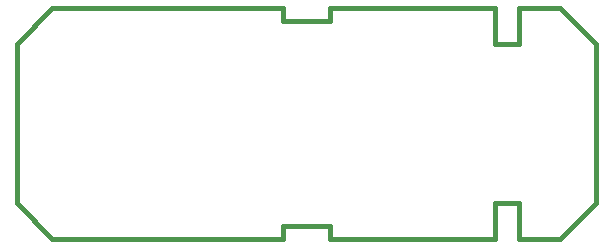
<source format=gm1>
G04 #@! TF.GenerationSoftware,KiCad,Pcbnew,6.0.1-79c1e3a40b~116~ubuntu20.04.1*
G04 #@! TF.CreationDate,2022-01-20T10:05:25+01:00*
G04 #@! TF.ProjectId,usb,7573622e-6b69-4636-9164-5f7063625858,rev?*
G04 #@! TF.SameCoordinates,Original*
G04 #@! TF.FileFunction,Profile,NP*
%FSLAX46Y46*%
G04 Gerber Fmt 4.6, Leading zero omitted, Abs format (unit mm)*
G04 Created by KiCad (PCBNEW 6.0.1-79c1e3a40b~116~ubuntu20.04.1) date 2022-01-20 10:05:25*
%MOMM*%
%LPD*%
G01*
G04 APERTURE LIST*
G04 #@! TA.AperFunction,Profile*
%ADD10C,0.400000*%
G04 #@! TD*
G04 APERTURE END LIST*
D10*
X141500000Y-69250000D02*
X141500000Y-72250000D01*
X99000000Y-72250000D02*
X102000000Y-69250000D01*
X139500000Y-85750000D02*
X139500000Y-88750000D01*
X139500000Y-85750000D02*
X141500000Y-85750000D01*
X125500000Y-69250000D02*
X125500000Y-70300000D01*
X125500000Y-87700000D02*
X121500000Y-87700000D01*
X99000000Y-85750000D02*
X102000000Y-88750000D01*
X145000000Y-69250000D02*
X148000000Y-72250000D01*
X125500000Y-88750000D02*
X125500000Y-87700000D01*
X102000000Y-69250000D02*
X121500000Y-69250000D01*
X125500000Y-69250000D02*
X139500000Y-69250000D01*
X141500000Y-69250000D02*
X145000000Y-69250000D01*
X139500000Y-72250000D02*
X141500000Y-72250000D01*
X121500000Y-88750000D02*
X121500000Y-87700000D01*
X102000000Y-88750000D02*
X121500000Y-88750000D01*
X141500000Y-85750000D02*
X141500000Y-88750000D01*
X148000000Y-72250000D02*
X148000000Y-85750000D01*
X145000000Y-88750000D02*
X148000000Y-85750000D01*
X125500000Y-88750000D02*
X139500000Y-88750000D01*
X99000000Y-72250000D02*
X99000000Y-85750000D01*
X141500000Y-88750000D02*
X145000000Y-88750000D01*
X121500000Y-69250000D02*
X121500000Y-70300000D01*
X139500000Y-69250000D02*
X139500000Y-72250000D01*
X121500000Y-70300000D02*
X125500000Y-70300000D01*
M02*

</source>
